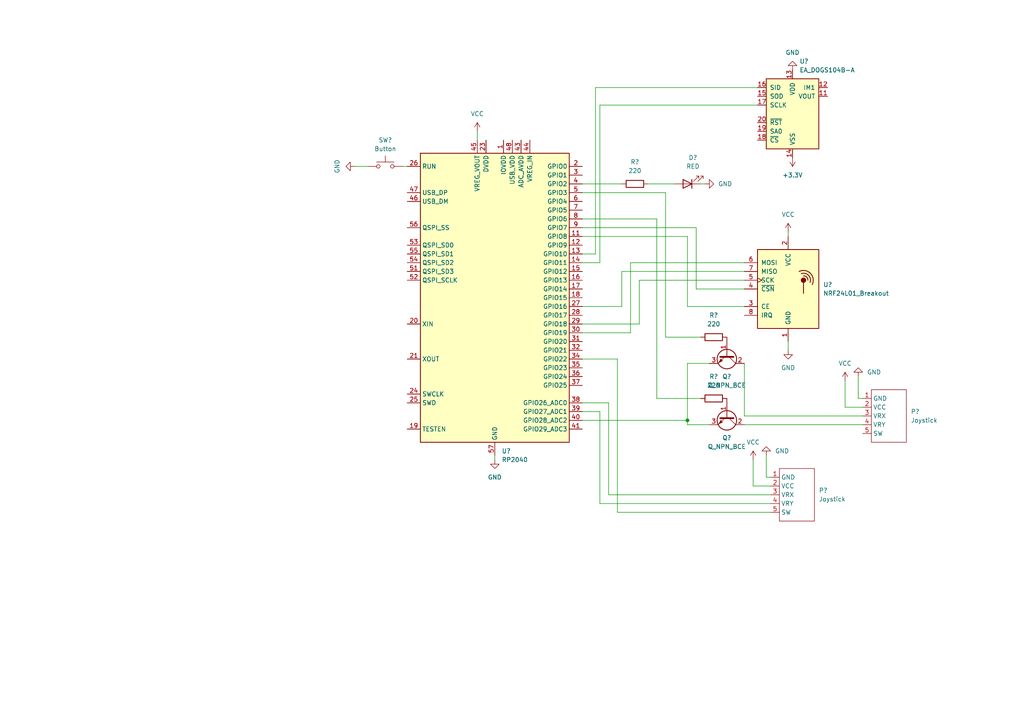
<source format=kicad_sch>
(kicad_sch (version 20211123) (generator eeschema)
  (paper "A4")
  (lib_symbols
    (symbol "Device:LED" (pin_numbers hide) (pin_names (offset 1.016) hide)
      (property "Reference" "D" (at 0 2.54 0))
      (property "Value" "LED" (at 0 -2.54 0))
      (symbol "LED_0_1"
        (polyline (pts (xy -1.27 -1.27) (xy -1.27 1.27)) (stroke (width 0.254)))
        (polyline (pts (xy -1.27 0) (xy 1.27 0)))
        (polyline (pts (xy 1.27 -1.27) (xy 1.27 1.27) (xy -1.27 0) (xy 1.27 -1.27)) (stroke (width 0.254)))
        (polyline (pts (xy -3.048 -0.762) (xy -4.572 -2.286) (xy -3.81 -2.286) (xy -4.572 -2.286) (xy -4.572 -1.524)))
        (polyline (pts (xy -1.778 -0.762) (xy -3.302 -2.286) (xy -2.54 -2.286) (xy -3.302 -2.286) (xy -3.302 -1.524)))
      )
      (symbol "LED_1_1"
        (pin passive line (at -3.81 0 0) (length 2.54) (name "K") (number "1"))
        (pin passive line (at 3.81 0 180) (length 2.54) (name "A") (number "2"))
      )
    )
    (symbol "Device:Q_NPN_BCE" (pin_names (offset 0) hide)
      (property "Reference" "Q" (at 5.08 1.27 0))
      (property "Value" "Q_NPN_BCE" (at 5.08 -1.27 0))
      (symbol "Q_NPN_BCE_0_1"
        (polyline (pts (xy 0.635 0.635) (xy 2.54 2.54)))
        (polyline (pts (xy 0.635 -0.635) (xy 2.54 -2.54) (xy 2.54 -2.54)))
        (polyline (pts (xy 0.635 1.905) (xy 0.635 -1.905) (xy 0.635 -1.905)) (stroke (width 0.508)))
        (polyline (pts (xy 1.27 -1.778) (xy 1.778 -1.27) (xy 2.286 -2.286) (xy 1.27 -1.778) (xy 1.27 -1.778)) (fill (type outline)))
        (circle (center 1.27 0) (radius 2.8194) (stroke (width 0.254)))
      )
      (symbol "Q_NPN_BCE_1_1"
        (pin input line (at -5.08 0 0) (length 5.715) (name "B") (number "1"))
        (pin passive line (at 2.54 5.08 270) (length 2.54) (name "C") (number "2"))
        (pin passive line (at 2.54 -5.08 90) (length 2.54) (name "E") (number "3"))
      )
    )
    (symbol "Device:R" (pin_numbers hide) (pin_names (offset 0))
      (property "Reference" "R" (at 2.032 0 90))
      (property "Value" "R" (at 0 0 90))
      (symbol "R_0_1"
        (rectangle (start -1.016 -2.54) (end 1.016 2.54) (stroke (width 0.254)))
      )
      (symbol "R_1_1"
        (pin passive line (at 0 3.81 270) (length 1.27) (name "~") (number "1"))
        (pin passive line (at 0 -3.81 90) (length 1.27) (name "~") (number "2"))
      )
    )
    (symbol "Display_Graphic:EA_DOGS104B-A" (pin_names (offset 1.016))
      (property "Reference" "U" (at -5.842 11.684 0))
      (property "Value" "EA_DOGS104B-A" (at 1.524 11.684 0))
      (symbol "EA_DOGS104B-A_0_1"
        (rectangle (start -7.62 10.16) (end 7.62 -10.16) (stroke (width 0.254)) (fill (type background)))
      )
      (symbol "EA_DOGS104B-A_1_1"
        (pin no_connect line (at 7.62 0 180) (length 2.54) hide (name "NC") (number "1"))
        (pin no_connect line (at 7.62 -7.62 180) (length 2.54) hide (name "NC") (number "10"))
        (pin output line (at 10.16 5.08 180) (length 2.54) (name "VOUT") (number "11"))
        (pin input line (at 10.16 7.62 180) (length 2.54) (name "IM1") (number "12"))
        (pin power_in line (at 0 12.7 270) (length 2.54) (name "VDD") (number "13"))
        (pin power_in line (at 0 -12.7 90) (length 2.54) (name "VSS") (number "14"))
        (pin output line (at -10.16 5.08 0) (length 2.54) (name "SOD") (number "15"))
        (pin input line (at -10.16 7.62 0) (length 2.54) (name "SID") (number "16"))
        (pin input line (at -10.16 2.54 0) (length 2.54) (name "SCLK") (number "17"))
        (pin input line (at -10.16 -7.62 0) (length 2.54) (name "~{CS}") (number "18"))
        (pin input line (at -10.16 -5.08 0) (length 2.54) (name "SA0") (number "19"))
        (pin no_connect line (at 7.62 -2.54 180) (length 2.54) hide (name "NC") (number "2"))
        (pin input line (at -10.16 -2.54 0) (length 2.54) (name "~{RST}") (number "20"))
        (pin no_connect line (at 7.62 -5.08 180) (length 2.54) hide (name "NC") (number "9"))
      )
    )
    (symbol "MCU_RaspberryPi:RP2040"
      (property "Reference" "U" (at 17.78 45.72 0))
      (property "Value" "RP2040" (at 17.78 43.18 0))
      (symbol "RP2040_0_1"
        (rectangle (start -21.59 41.91) (end 21.59 -41.91) (stroke (width 0.254)) (fill (type background)))
      )
      (symbol "RP2040_1_1"
        (pin power_in line (at 2.54 45.72 270) (length 3.81) (name "IOVDD") (number "1"))
        (pin passive line (at 2.54 45.72 270) (length 3.81) hide (name "IOVDD") (number "10"))
        (pin bidirectional line (at 25.4 17.78 180) (length 3.81) (name "GPIO8") (number "11"))
        (pin bidirectional line (at 25.4 15.24 180) (length 3.81) (name "GPIO9") (number "12"))
        (pin bidirectional line (at 25.4 12.7 180) (length 3.81) (name "GPIO10") (number "13"))
        (pin bidirectional line (at 25.4 10.16 180) (length 3.81) (name "GPIO11") (number "14"))
        (pin bidirectional line (at 25.4 7.62 180) (length 3.81) (name "GPIO12") (number "15"))
        (pin bidirectional line (at 25.4 5.08 180) (length 3.81) (name "GPIO13") (number "16"))
        (pin bidirectional line (at 25.4 2.54 180) (length 3.81) (name "GPIO14") (number "17"))
        (pin bidirectional line (at 25.4 0 180) (length 3.81) (name "GPIO15") (number "18"))
        (pin input line (at -25.4 -38.1 0) (length 3.81) (name "TESTEN") (number "19"))
        (pin bidirectional line (at 25.4 38.1 180) (length 3.81) (name "GPIO0") (number "2"))
        (pin input line (at -25.4 -7.62 0) (length 3.81) (name "XIN") (number "20"))
        (pin passive line (at -25.4 -17.78 0) (length 3.81) (name "XOUT") (number "21"))
        (pin passive line (at 2.54 45.72 270) (length 3.81) hide (name "IOVDD") (number "22"))
        (pin power_in line (at -2.54 45.72 270) (length 3.81) (name "DVDD") (number "23"))
        (pin output line (at -25.4 -27.94 0) (length 3.81) (name "SWCLK") (number "24"))
        (pin bidirectional line (at -25.4 -30.48 0) (length 3.81) (name "SWD") (number "25"))
        (pin input line (at -25.4 38.1 0) (length 3.81) (name "RUN") (number "26"))
        (pin bidirectional line (at 25.4 -2.54 180) (length 3.81) (name "GPIO16") (number "27"))
        (pin bidirectional line (at 25.4 -5.08 180) (length 3.81) (name "GPIO17") (number "28"))
        (pin bidirectional line (at 25.4 -7.62 180) (length 3.81) (name "GPIO18") (number "29"))
        (pin bidirectional line (at 25.4 35.56 180) (length 3.81) (name "GPIO1") (number "3"))
        (pin bidirectional line (at 25.4 -10.16 180) (length 3.81) (name "GPIO19") (number "30"))
        (pin bidirectional line (at 25.4 -12.7 180) (length 3.81) (name "GPIO20") (number "31"))
        (pin bidirectional line (at 25.4 -15.24 180) (length 3.81) (name "GPIO21") (number "32"))
        (pin passive line (at 2.54 45.72 270) (length 3.81) hide (name "IOVDD") (number "33"))
        (pin bidirectional line (at 25.4 -17.78 180) (length 3.81) (name "GPIO22") (number "34"))
        (pin bidirectional line (at 25.4 -20.32 180) (length 3.81) (name "GPIO23") (number "35"))
        (pin bidirectional line (at 25.4 -22.86 180) (length 3.81) (name "GPIO24") (number "36"))
        (pin bidirectional line (at 25.4 -25.4 180) (length 3.81) (name "GPIO25") (number "37"))
        (pin bidirectional line (at 25.4 -30.48 180) (length 3.81) (name "GPIO26_ADC0") (number "38"))
        (pin bidirectional line (at 25.4 -33.02 180) (length 3.81) (name "GPIO27_ADC1") (number "39"))
        (pin bidirectional line (at 25.4 33.02 180) (length 3.81) (name "GPIO2") (number "4"))
        (pin bidirectional line (at 25.4 -35.56 180) (length 3.81) (name "GPIO28_ADC2") (number "40"))
        (pin bidirectional line (at 25.4 -38.1 180) (length 3.81) (name "GPIO29_ADC3") (number "41"))
        (pin passive line (at 2.54 45.72 270) (length 3.81) hide (name "IOVDD") (number "42"))
        (pin power_in line (at 7.62 45.72 270) (length 3.81) (name "ADC_AVDD") (number "43"))
        (pin power_in line (at 10.16 45.72 270) (length 3.81) (name "VREG_IN") (number "44"))
        (pin power_out line (at -5.08 45.72 270) (length 3.81) (name "VREG_VOUT") (number "45"))
        (pin bidirectional line (at -25.4 27.94 0) (length 3.81) (name "USB_DM") (number "46"))
        (pin bidirectional line (at -25.4 30.48 0) (length 3.81) (name "USB_DP") (number "47"))
        (pin power_in line (at 5.08 45.72 270) (length 3.81) (name "USB_VDD") (number "48"))
        (pin passive line (at 2.54 45.72 270) (length 3.81) hide (name "IOVDD") (number "49"))
        (pin bidirectional line (at 25.4 30.48 180) (length 3.81) (name "GPIO3") (number "5"))
        (pin passive line (at -2.54 45.72 270) (length 3.81) hide (name "DVDD") (number "50"))
        (pin bidirectional line (at -25.4 7.62 0) (length 3.81) (name "QSPI_SD3") (number "51"))
        (pin output line (at -25.4 5.08 0) (length 3.81) (name "QSPI_SCLK") (number "52"))
        (pin bidirectional line (at -25.4 15.24 0) (length 3.81) (name "QSPI_SD0") (number "53"))
        (pin bidirectional line (at -25.4 10.16 0) (length 3.81) (name "QSPI_SD2") (number "54"))
        (pin bidirectional line (at -25.4 12.7 0) (length 3.81) (name "QSPI_SD1") (number "55"))
        (pin bidirectional line (at -25.4 20.32 0) (length 3.81) (name "QSPI_SS") (number "56"))
        (pin power_in line (at 0 -45.72 90) (length 3.81) (name "GND") (number "57"))
        (pin bidirectional line (at 25.4 27.94 180) (length 3.81) (name "GPIO4") (number "6"))
        (pin bidirectional line (at 25.4 25.4 180) (length 3.81) (name "GPIO5") (number "7"))
        (pin bidirectional line (at 25.4 22.86 180) (length 3.81) (name "GPIO6") (number "8"))
        (pin bidirectional line (at 25.4 20.32 180) (length 3.81) (name "GPIO7") (number "9"))
      )
    )
    (symbol "RF:NRF24L01_Breakout" (pin_names (offset 1.016))
      (property "Reference" "U" (at -8.89 12.7 0))
      (property "Value" "NRF24L01_Breakout" (at 3.81 12.7 0))
      (symbol "NRF24L01_Breakout_0_1"
        (rectangle (start -8.89 11.43) (end 8.89 -11.43) (stroke (width 0.254)) (fill (type background)))
        (polyline (pts (xy 4.445 1.905) (xy 4.445 -1.27)) (stroke (width 0.254)))
        (circle (center 4.445 2.54) (radius 0.635) (stroke (width 0.254)) (fill (type outline)))
        (arc (start 5.715 2.54) (mid 5.3521 3.4546) (end 4.445 3.81) (stroke (width 0.254)))
        (arc (start 6.35 1.905) (mid 5.8763 3.9854) (end 3.81 4.445) (stroke (width 0.254)))
        (arc (start 6.985 1.27) (mid 6.453 4.548) (end 3.175 5.08) (stroke (width 0.254)))
      )
      (symbol "NRF24L01_Breakout_1_1"
        (pin power_in line (at 0 -15.24 90) (length 3.81) (name "GND") (number "1"))
        (pin power_in line (at 0 15.24 270) (length 3.81) (name "VCC") (number "2"))
        (pin input line (at -12.7 -5.08 0) (length 3.81) (name "CE") (number "3"))
        (pin input line (at -12.7 0 0) (length 3.81) (name "~{CSN}") (number "4"))
        (pin input clock (at -12.7 2.54 0) (length 3.81) (name "SCK") (number "5"))
        (pin input line (at -12.7 7.62 0) (length 3.81) (name "MOSI") (number "6"))
        (pin output line (at -12.7 5.08 0) (length 3.81) (name "MISO") (number "7"))
        (pin output line (at -12.7 -7.62 0) (length 3.81) (name "IRQ") (number "8"))
      )
    )
    (symbol "Switch:SW_Push" (pin_numbers hide) (pin_names (offset 1.016) hide)
      (property "Reference" "SW" (at 1.27 2.54 0))
      (property "Value" "SW_Push" (at 0 -1.524 0))
      (symbol "SW_Push_0_1"
        (circle (center -2.032 0) (radius 0.508))
        (polyline (pts (xy 0 1.27) (xy 0 3.048)))
        (polyline (pts (xy 2.54 1.27) (xy -2.54 1.27)))
        (circle (center 2.032 0) (radius 0.508))
        (pin passive line (at -5.08 0 0) (length 2.54) (name "1") (number "1"))
        (pin passive line (at 5.08 0 180) (length 2.54) (name "2") (number "2"))
      )
    )
    (symbol "libraries:Joystick"
      (property "Reference" "P1" (at -3.81 8.89 0))
      (property "Value" "Joystick" (at 1.27 -8.89 0))
      (symbol "Joystick_0_1"
        (rectangle (start -5.08 7.62) (end 5.08 -7.62))
      )
      (symbol "Joystick_1_1"
        (pin output line (at -7.62 5.08 0) (length 2.54) (name "GND") (number "1"))
        (pin output line (at -7.62 2.54 0) (length 2.54) (name "VCC") (number "2"))
        (pin output line (at -7.62 0 0) (length 2.54) (name "VRX") (number "3"))
        (pin output line (at -7.62 -2.54 0) (length 2.54) (name "VRY") (number "4"))
        (pin output line (at -7.62 -5.08 0) (length 2.54) (name "SW") (number "5"))
      )
    )
    (symbol "power:+3.3V" (power) (pin_names (offset 0))
      (property "Value" "+3.3V" (at 0 3.556 0))
      (symbol "+3.3V_0_1"
        (polyline (pts (xy -0.762 1.27) (xy 0 2.54)))
        (polyline (pts (xy 0 0) (xy 0 2.54)))
        (polyline (pts (xy 0 2.54) (xy 0.762 1.27)))
      )
      (symbol "+3.3V_1_1"
        (pin power_in line (at 0 0 90) (length 0) hide (name "+3.3V") (number "1"))
      )
    )
    (symbol "power:GND" (power) (pin_names (offset 0))
      (property "Value" "GND" (at 0 -3.81 0))
      (symbol "GND_0_1"
        (polyline (pts (xy 0 0) (xy 0 -1.27) (xy 1.27 -1.27) (xy 0 -2.54) (xy -1.27 -1.27) (xy 0 -1.27)))
      )
      (symbol "GND_1_1"
        (pin power_in line (at 0 0 270) (length 0) hide (name "GND") (number "1"))
      )
    )
    (symbol "power:VCC" (power) (pin_names (offset 0))
      (property "Value" "VCC" (at 0 3.81 0))
      (symbol "VCC_0_1"
        (polyline (pts (xy -0.762 1.27) (xy 0 2.54)))
        (polyline (pts (xy 0 0) (xy 0 2.54)))
        (polyline (pts (xy 0 2.54) (xy 0.762 1.27)))
      )
      (symbol "VCC_1_1"
        (pin power_in line (at 0 0 90) (length 0) hide (name "VCC") (number "1"))
      )
    )
  )
  (junction (at 199.39 121.92))
  (wire (pts (xy 176.53 143.51) (xy 176.53 116.84)))
  (wire (pts (xy 215.9 123.19) (xy 250.19 123.19)))
  (wire (pts (xy 215.9 88.9) (xy 199.39 88.9)))
  (wire (pts (xy 248.92 115.57) (xy 250.19 115.57)))
  (wire (pts (xy 193.04 55.88) (xy 193.04 97.79)))
  (wire (pts (xy 138.43 38.1) (xy 138.43 40.64)))
  (wire (pts (xy 182.88 96.52) (xy 182.88 76.2)))
  (wire (pts (xy 173.99 30.48) (xy 219.71 30.48)))
  (wire (pts (xy 204.47 53.34) (xy 203.2 53.34)))
  (wire (pts (xy 190.5 63.5) (xy 190.5 115.57)))
  (wire (pts (xy 228.6 67.31) (xy 228.6 68.58)))
  (wire (pts (xy 168.91 76.2) (xy 173.99 76.2)))
  (wire (pts (xy 187.96 53.34) (xy 195.58 53.34)))
  (wire (pts (xy 168.91 53.34) (xy 180.34 53.34)))
  (wire (pts (xy 168.91 66.04) (xy 201.93 66.04)))
  (wire (pts (xy 116.84 48.26) (xy 118.11 48.26)))
  (wire (pts (xy 199.39 88.9) (xy 199.39 68.58)))
  (wire (pts (xy 168.91 96.52) (xy 182.88 96.52)))
  (wire (pts (xy 172.72 73.66) (xy 172.72 25.4)))
  (wire (pts (xy 215.9 120.65) (xy 215.9 105.41)))
  (wire (pts (xy 205.74 123.19) (xy 199.39 123.19)))
  (wire (pts (xy 173.99 119.38) (xy 173.99 146.05)))
  (wire (pts (xy 180.34 78.74) (xy 180.34 88.9)))
  (wire (pts (xy 193.04 97.79) (xy 203.2 97.79)))
  (wire (pts (xy 199.39 121.92) (xy 168.91 121.92)))
  (wire (pts (xy 168.91 73.66) (xy 172.72 73.66)))
  (wire (pts (xy 222.25 138.43) (xy 223.52 138.43)))
  (wire (pts (xy 223.52 143.51) (xy 176.53 143.51)))
  (wire (pts (xy 168.91 55.88) (xy 193.04 55.88)))
  (wire (pts (xy 199.39 123.19) (xy 199.39 121.92)))
  (wire (pts (xy 173.99 76.2) (xy 173.99 30.48)))
  (wire (pts (xy 168.91 93.98) (xy 185.42 93.98)))
  (wire (pts (xy 199.39 68.58) (xy 168.91 68.58)))
  (wire (pts (xy 215.9 78.74) (xy 180.34 78.74)))
  (wire (pts (xy 248.92 109.22) (xy 248.92 115.57)))
  (wire (pts (xy 168.91 88.9) (xy 180.34 88.9)))
  (wire (pts (xy 179.07 148.59) (xy 223.52 148.59)))
  (wire (pts (xy 185.42 81.28) (xy 215.9 81.28)))
  (wire (pts (xy 182.88 76.2) (xy 215.9 76.2)))
  (wire (pts (xy 168.91 119.38) (xy 173.99 119.38)))
  (wire (pts (xy 172.72 25.4) (xy 219.71 25.4)))
  (wire (pts (xy 190.5 115.57) (xy 203.2 115.57)))
  (wire (pts (xy 176.53 116.84) (xy 168.91 116.84)))
  (wire (pts (xy 185.42 93.98) (xy 185.42 81.28)))
  (wire (pts (xy 222.25 132.08) (xy 222.25 138.43)))
  (wire (pts (xy 250.19 120.65) (xy 215.9 120.65)))
  (wire (pts (xy 205.74 105.41) (xy 199.39 105.41)))
  (wire (pts (xy 218.44 133.35) (xy 218.44 140.97)))
  (wire (pts (xy 199.39 105.41) (xy 199.39 121.92)))
  (wire (pts (xy 143.51 133.35) (xy 143.51 132.08)))
  (wire (pts (xy 102.87 48.26) (xy 106.68 48.26)))
  (wire (pts (xy 168.91 104.14) (xy 179.07 104.14)))
  (wire (pts (xy 245.11 110.49) (xy 245.11 118.11)))
  (wire (pts (xy 168.91 63.5) (xy 190.5 63.5)))
  (wire (pts (xy 201.93 83.82) (xy 215.9 83.82)))
  (wire (pts (xy 173.99 146.05) (xy 223.52 146.05)))
  (wire (pts (xy 218.44 140.97) (xy 223.52 140.97)))
  (wire (pts (xy 179.07 104.14) (xy 179.07 148.59)))
  (wire (pts (xy 245.11 118.11) (xy 250.19 118.11)))
  (wire (pts (xy 228.6 101.6) (xy 228.6 99.06)))
  (wire (pts (xy 201.93 66.04) (xy 201.93 83.82)))
  (symbol (lib_id "Switch:SW_Push") (at 111.76 48.26 0) (unit 1)
    (property "Reference" "SW?" (at 111.76 40.64 0))
    (property "Value" "Button" (at 111.76 43.18 0))
  )
  (symbol (lib_id "power:GND") (at 143.51 133.35 0) (unit 1)
    (property "Reference" "#PWR?" (effects hide))
    (property "Value" "GND" (at 143.51 138.43 0))
  )
  (symbol (lib_id "Device:R") (at 207.01 97.79 90) (unit 1)
    (property "Reference" "R?" (at 207.01 91.44 90))
    (property "Value" "220" (at 207.01 93.98 90))
  )
  (symbol (lib_id "power:+3.3V") (at 229.87 45.72 180) (unit 1)
    (property "Reference" "#PWR?" (effects hide))
    (property "Value" "+3.3V" (at 229.87 50.8 0))
  )
  (symbol (lib_id "Device:LED") (at 199.39 53.34 180) (unit 1)
    (property "Reference" "D?" (at 200.9775 45.72 0))
    (property "Value" "RED" (at 200.9775 48.26 0))
  )
  (symbol (lib_id "power:VCC") (at 228.6 67.31 0) (unit 1)
    (property "Reference" "#PWR?" (effects hide))
    (property "Value" "VCC" (at 228.6 62.23 0))
  )
  (symbol (lib_id "RF:NRF24L01_Breakout") (at 228.6 83.82 0) (unit 1)
    (property "Reference" "U?" (at 238.76 82.5499 0) (effects (justify left)))
    (property "Value" "NRF24L01_Breakout" (at 238.76 85.0899 0) (effects (justify left)))
    (property "Footprint" "RF_Module:nRF24L01_Breakout" (effects hide))
    (property "Datasheet" "http://www.nordicsemi.com/eng/content/download/2730/34105/file/nRF24L01_Product_Specification_v2_0.pdf" (effects hide))
  )
  (symbol (lib_id "power:GND") (at 204.47 53.34 90) (unit 1)
    (property "Reference" "#PWR?" (effects hide))
    (property "Value" "GND" (at 208.28 53.3399 90) (effects (justify right)))
  )
  (symbol (lib_id "Device:R") (at 184.15 53.34 90) (unit 1)
    (property "Reference" "R?" (at 184.15 46.99 90))
    (property "Value" "220" (at 184.15 49.53 90))
  )
  (symbol (lib_id "libraries:Joystick") (at 231.14 143.51 0) (unit 1)
    (property "Reference" "P?" (at 237.49 142.2399 0) (effects (justify left)))
    (property "Value" "Joystick" (at 237.49 144.7799 0) (effects (justify left)))
  )
  (symbol (lib_id "power:GND") (at 222.25 132.08 180) (unit 1)
    (property "Reference" "#PWR?" (effects hide))
    (property "Value" "GND" (at 224.79 130.8099 0) (effects (justify right)))
  )
  (symbol (lib_id "power:GND") (at 248.92 109.22 180) (unit 1)
    (property "Reference" "#PWR?" (effects hide))
    (property "Value" "GND" (at 251.46 107.9499 0) (effects (justify right)))
  )
  (symbol (lib_id "Display_Graphic:EA_DOGS104B-A") (at 229.87 33.02 0) (unit 1)
    (property "Reference" "U?" (at 231.8894 17.78 0) (effects (justify left)))
    (property "Value" "EA_DOGS104B-A" (at 231.8894 20.32 0) (effects (justify left)))
    (property "Footprint" "Display:EA_DOGS104X-A" (effects hide))
    (property "Datasheet" "http://www.lcd-module.com/fileadmin/eng/pdf/doma/dogs104e.pdf" (effects hide))
  )
  (symbol (lib_id "power:VCC") (at 138.43 38.1 0) (unit 1)
    (property "Reference" "#PWR?" (effects hide))
    (property "Value" "VCC" (at 138.43 33.02 0))
  )
  (symbol (lib_id "libraries:Joystick") (at 257.81 120.65 0) (unit 1)
    (property "Reference" "P?" (at 264.16 119.3799 0) (effects (justify left)))
    (property "Value" "Joystick" (at 264.16 121.9199 0) (effects (justify left)))
  )
  (symbol (lib_id "power:GND") (at 229.87 20.32 180) (unit 1)
    (property "Reference" "#PWR?" (effects hide))
    (property "Value" "GND" (at 229.87 15.24 0))
  )
  (symbol (lib_id "power:GND") (at 228.6 101.6 0) (unit 1)
    (property "Reference" "#PWR?" (effects hide))
    (property "Value" "GND" (at 228.6 106.68 0))
  )
  (symbol (lib_id "power:VCC") (at 218.44 133.35 0) (unit 1)
    (property "Reference" "#PWR?" (effects hide))
    (property "Value" "VCC" (at 218.44 128.27 0))
  )
  (symbol (lib_id "Device:Q_NPN_BCE") (at 210.82 102.87 270) (unit 1)
    (property "Reference" "Q?" (at 210.82 109.22 90))
    (property "Value" "Q_NPN_BCE" (at 210.82 111.76 90))
  )
  (symbol (lib_id "power:GND") (at 102.87 48.26 270) (unit 1)
    (property "Reference" "#PWR?" (effects hide))
    (property "Value" "GND" (at 97.79 48.26 0))
  )
  (symbol (lib_id "MCU_RaspberryPi:RP2040") (at 143.51 86.36 0) (unit 1)
    (property "Reference" "U?" (at 145.5294 130.81 0) (effects (justify left)))
    (property "Value" "RP2040" (at 145.5294 133.35 0) (effects (justify left)))
    (property "Footprint" "Package_DFN_QFN:QFN-56-1EP_7x7mm_P0.4mm_EP3.2x3.2mm" (effects hide))
    (property "Datasheet" "https://datasheets.raspberrypi.com/rp2040/rp2040-datasheet.pdf" (effects hide))
  )
  (symbol (lib_id "power:VCC") (at 245.11 110.49 0) (unit 1)
    (property "Reference" "#PWR?" (effects hide))
    (property "Value" "VCC" (at 245.11 105.41 0))
  )
  (symbol (lib_id "Device:Q_NPN_BCE") (at 210.82 120.65 270) (unit 1)
    (property "Reference" "Q?" (at 210.82 127 90))
    (property "Value" "Q_NPN_BCE" (at 210.82 129.54 90))
  )
  (symbol (lib_id "Device:R") (at 207.01 115.57 90) (unit 1)
    (property "Reference" "R?" (at 207.01 109.22 90))
    (property "Value" "220" (at 207.01 111.76 90))
  )
)
</source>
